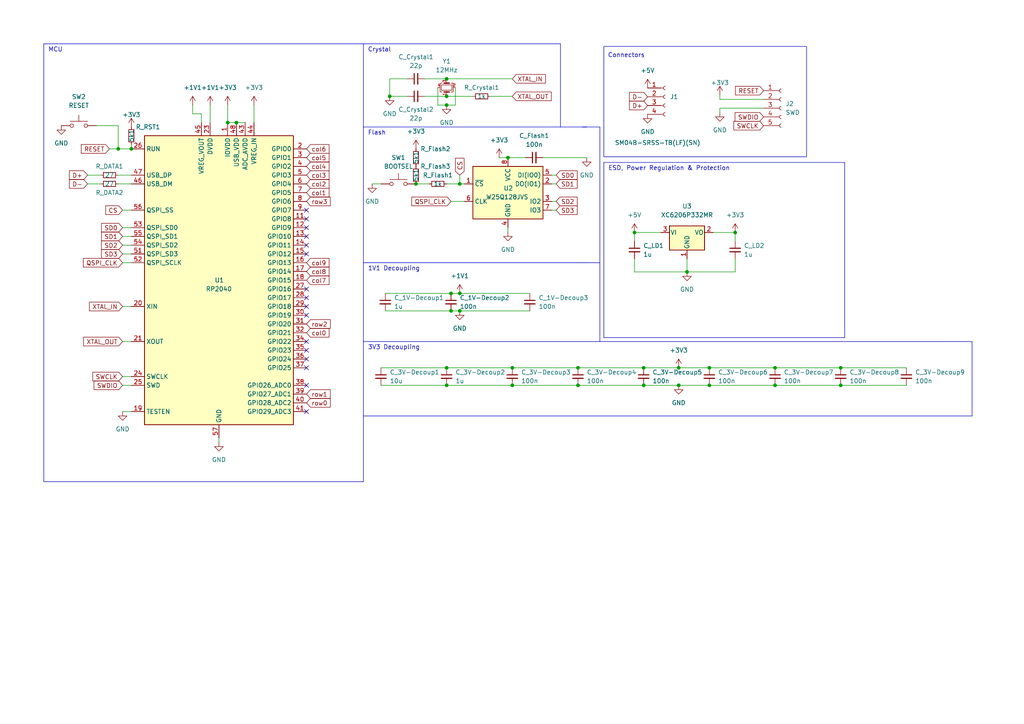
<source format=kicad_sch>
(kicad_sch (version 20230121) (generator eeschema)
  (paper "A4")
  (lib_symbols
    (symbol "Connector:Conn_01x04_Female" (pin_names (offset 1.016) hide)
      (property "Reference" "J" (at 0 5.08 0))
      (property "Value" "Conn_01x04_Female" (at 0 -7.62 0))
      (symbol "Conn_01x04_Female_1_1"
        (arc (start 0 -4.572) (mid -0.5058 -5.08) (end 0 -5.588) (stroke (width 0.1524)))
        (arc (start 0 -2.032) (mid -0.5058 -2.54) (end 0 -3.048) (stroke (width 0.1524)))
        (polyline (pts (xy -1.27 -5.08) (xy -0.508 -5.08)) (stroke (width 0.1524)))
        (polyline (pts (xy -1.27 -2.54) (xy -0.508 -2.54)) (stroke (width 0.1524)))
        (polyline (pts (xy -1.27 0) (xy -0.508 0)) (stroke (width 0.1524)))
        (polyline (pts (xy -1.27 2.54) (xy -0.508 2.54)) (stroke (width 0.1524)))
        (arc (start 0 0.508) (mid -0.5058 0) (end 0 -0.508) (stroke (width 0.1524)))
        (arc (start 0 3.048) (mid -0.5058 2.54) (end 0 2.032) (stroke (width 0.1524)))
        (pin passive line (at -5.08 2.54 0) (length 3.81) (name "Pin_1") (number "1"))
        (pin passive line (at -5.08 0 0) (length 3.81) (name "Pin_2") (number "2"))
        (pin passive line (at -5.08 -2.54 0) (length 3.81) (name "Pin_3") (number "3"))
        (pin passive line (at -5.08 -5.08 0) (length 3.81) (name "Pin_4") (number "4"))
      )
    )
    (symbol "Connector:Conn_01x05_Female" (pin_names (offset 1.016) hide)
      (property "Reference" "J" (at 0 7.62 0))
      (property "Value" "Conn_01x05_Female" (at 0 -7.62 0))
      (symbol "Conn_01x05_Female_1_1"
        (arc (start 0 -4.572) (mid -0.5058 -5.08) (end 0 -5.588) (stroke (width 0.1524)))
        (arc (start 0 -2.032) (mid -0.5058 -2.54) (end 0 -3.048) (stroke (width 0.1524)))
        (polyline (pts (xy -1.27 -5.08) (xy -0.508 -5.08)) (stroke (width 0.1524)))
        (polyline (pts (xy -1.27 -2.54) (xy -0.508 -2.54)) (stroke (width 0.1524)))
        (polyline (pts (xy -1.27 0) (xy -0.508 0)) (stroke (width 0.1524)))
        (polyline (pts (xy -1.27 2.54) (xy -0.508 2.54)) (stroke (width 0.1524)))
        (polyline (pts (xy -1.27 5.08) (xy -0.508 5.08)) (stroke (width 0.1524)))
        (arc (start 0 0.508) (mid -0.5058 0) (end 0 -0.508) (stroke (width 0.1524)))
        (arc (start 0 3.048) (mid -0.5058 2.54) (end 0 2.032) (stroke (width 0.1524)))
        (arc (start 0 5.588) (mid -0.5058 5.08) (end 0 4.572) (stroke (width 0.1524)))
        (pin passive line (at -5.08 5.08 0) (length 3.81) (name "Pin_1") (number "1"))
        (pin passive line (at -5.08 2.54 0) (length 3.81) (name "Pin_2") (number "2"))
        (pin passive line (at -5.08 0 0) (length 3.81) (name "Pin_3") (number "3"))
        (pin passive line (at -5.08 -2.54 0) (length 3.81) (name "Pin_4") (number "4"))
        (pin passive line (at -5.08 -5.08 0) (length 3.81) (name "Pin_5") (number "5"))
      )
    )
    (symbol "Device:C_Small" (pin_numbers hide) (pin_names (offset 0.254) hide)
      (property "Reference" "C" (at 0.254 1.778 0))
      (property "Value" "C_Small" (at 0.254 -2.032 0))
      (symbol "C_Small_0_1"
        (polyline (pts (xy -1.524 -0.508) (xy 1.524 -0.508)) (stroke (width 0.3302)))
        (polyline (pts (xy -1.524 0.508) (xy 1.524 0.508)) (stroke (width 0.3048)))
      )
      (symbol "C_Small_1_1"
        (pin passive line (at 0 2.54 270) (length 2.032) (name "~") (number "1"))
        (pin passive line (at 0 -2.54 90) (length 2.032) (name "~") (number "2"))
      )
    )
    (symbol "Device:Crystal_GND24_Small" (pin_names (offset 1.016) hide)
      (property "Reference" "Y" (at 1.27 4.445 0))
      (property "Value" "Crystal_GND24_Small" (at 1.27 2.54 0))
      (symbol "Crystal_GND24_Small_0_1"
        (rectangle (start -0.762 -1.524) (end 0.762 1.524))
        (polyline (pts (xy -1.27 -0.762) (xy -1.27 0.762)) (stroke (width 0.381)))
        (polyline (pts (xy 1.27 -0.762) (xy 1.27 0.762)) (stroke (width 0.381)))
        (polyline (pts (xy -1.27 -1.27) (xy -1.27 -1.905) (xy 1.27 -1.905) (xy 1.27 -1.27)))
        (polyline (pts (xy -1.27 1.27) (xy -1.27 1.905) (xy 1.27 1.905) (xy 1.27 1.27)))
      )
      (symbol "Crystal_GND24_Small_1_1"
        (pin passive line (at -2.54 0 0) (length 1.27) (name "1") (number "1"))
        (pin passive line (at 0 -2.54 90) (length 0.635) (name "2") (number "2"))
        (pin passive line (at 2.54 0 180) (length 1.27) (name "3") (number "3"))
        (pin passive line (at 0 2.54 270) (length 0.635) (name "4") (number "4"))
      )
    )
    (symbol "Device:R_Small" (pin_numbers hide) (pin_names (offset 0.254) hide)
      (property "Reference" "R" (at 0.762 0.508 0))
      (property "Value" "R_Small" (at 0.762 -1.016 0))
      (symbol "R_Small_0_1"
        (rectangle (start -0.762 1.778) (end 0.762 -1.778) (stroke (width 0.2032)))
      )
      (symbol "R_Small_1_1"
        (pin passive line (at 0 2.54 270) (length 0.762) (name "~") (number "1"))
        (pin passive line (at 0 -2.54 90) (length 0.762) (name "~") (number "2"))
      )
    )
    (symbol "MCU_RaspberryPi:RP2040"
      (property "Reference" "U" (at 17.78 45.72 0))
      (property "Value" "RP2040" (at 17.78 43.18 0))
      (symbol "RP2040_0_1"
        (rectangle (start -21.59 41.91) (end 21.59 -41.91) (stroke (width 0.254)) (fill (type background)))
      )
      (symbol "RP2040_1_1"
        (pin power_in line (at 2.54 45.72 270) (length 3.81) (name "IOVDD") (number "1"))
        (pin passive line (at 2.54 45.72 270) (length 3.81) hide (name "IOVDD") (number "10"))
        (pin bidirectional line (at 25.4 17.78 180) (length 3.81) (name "GPIO8") (number "11"))
        (pin bidirectional line (at 25.4 15.24 180) (length 3.81) (name "GPIO9") (number "12"))
        (pin bidirectional line (at 25.4 12.7 180) (length 3.81) (name "GPIO10") (number "13"))
        (pin bidirectional line (at 25.4 10.16 180) (length 3.81) (name "GPIO11") (number "14"))
        (pin bidirectional line (at 25.4 7.62 180) (length 3.81) (name "GPIO12") (number "15"))
        (pin bidirectional line (at 25.4 5.08 180) (length 3.81) (name "GPIO13") (number "16"))
        (pin bidirectional line (at 25.4 2.54 180) (length 3.81) (name "GPIO14") (number "17"))
        (pin bidirectional line (at 25.4 0 180) (length 3.81) (name "GPIO15") (number "18"))
        (pin input line (at -25.4 -38.1 0) (length 3.81) (name "TESTEN") (number "19"))
        (pin bidirectional line (at 25.4 38.1 180) (length 3.81) (name "GPIO0") (number "2"))
        (pin input line (at -25.4 -7.62 0) (length 3.81) (name "XIN") (number "20"))
        (pin passive line (at -25.4 -17.78 0) (length 3.81) (name "XOUT") (number "21"))
        (pin passive line (at 2.54 45.72 270) (length 3.81) hide (name "IOVDD") (number "22"))
        (pin power_in line (at -2.54 45.72 270) (length 3.81) (name "DVDD") (number "23"))
        (pin output line (at -25.4 -27.94 0) (length 3.81) (name "SWCLK") (number "24"))
        (pin bidirectional line (at -25.4 -30.48 0) (length 3.81) (name "SWD") (number "25"))
        (pin input line (at -25.4 38.1 0) (length 3.81) (name "RUN") (number "26"))
        (pin bidirectional line (at 25.4 -2.54 180) (length 3.81) (name "GPIO16") (number "27"))
        (pin bidirectional line (at 25.4 -5.08 180) (length 3.81) (name "GPIO17") (number "28"))
        (pin bidirectional line (at 25.4 -7.62 180) (length 3.81) (name "GPIO18") (number "29"))
        (pin bidirectional line (at 25.4 35.56 180) (length 3.81) (name "GPIO1") (number "3"))
        (pin bidirectional line (at 25.4 -10.16 180) (length 3.81) (name "GPIO19") (number "30"))
        (pin bidirectional line (at 25.4 -12.7 180) (length 3.81) (name "GPIO20") (number "31"))
        (pin bidirectional line (at 25.4 -15.24 180) (length 3.81) (name "GPIO21") (number "32"))
        (pin passive line (at 2.54 45.72 270) (length 3.81) hide (name "IOVDD") (number "33"))
        (pin bidirectional line (at 25.4 -17.78 180) (length 3.81) (name "GPIO22") (number "34"))
        (pin bidirectional line (at 25.4 -20.32 180) (length 3.81) (name "GPIO23") (number "35"))
        (pin bidirectional line (at 25.4 -22.86 180) (length 3.81) (name "GPIO24") (number "36"))
        (pin bidirectional line (at 25.4 -25.4 180) (length 3.81) (name "GPIO25") (number "37"))
        (pin bidirectional line (at 25.4 -30.48 180) (length 3.81) (name "GPIO26_ADC0") (number "38"))
        (pin bidirectional line (at 25.4 -33.02 180) (length 3.81) (name "GPIO27_ADC1") (number "39"))
        (pin bidirectional line (at 25.4 33.02 180) (length 3.81) (name "GPIO2") (number "4"))
        (pin bidirectional line (at 25.4 -35.56 180) (length 3.81) (name "GPIO28_ADC2") (number "40"))
        (pin bidirectional line (at 25.4 -38.1 180) (length 3.81) (name "GPIO29_ADC3") (number "41"))
        (pin passive line (at 2.54 45.72 270) (length 3.81) hide (name "IOVDD") (number "42"))
        (pin power_in line (at 7.62 45.72 270) (length 3.81) (name "ADC_AVDD") (number "43"))
        (pin power_in line (at 10.16 45.72 270) (length 3.81) (name "VREG_IN") (number "44"))
        (pin power_out line (at -5.08 45.72 270) (length 3.81) (name "VREG_VOUT") (number "45"))
        (pin bidirectional line (at -25.4 27.94 0) (length 3.81) (name "USB_DM") (number "46"))
        (pin bidirectional line (at -25.4 30.48 0) (length 3.81) (name "USB_DP") (number "47"))
        (pin power_in line (at 5.08 45.72 270) (length 3.81) (name "USB_VDD") (number "48"))
        (pin passive line (at 2.54 45.72 270) (length 3.81) hide (name "IOVDD") (number "49"))
        (pin bidirectional line (at 25.4 30.48 180) (length 3.81) (name "GPIO3") (number "5"))
        (pin passive line (at -2.54 45.72 270) (length 3.81) hide (name "DVDD") (number "50"))
        (pin bidirectional line (at -25.4 7.62 0) (length 3.81) (name "QSPI_SD3") (number "51"))
        (pin output line (at -25.4 5.08 0) (length 3.81) (name "QSPI_SCLK") (number "52"))
        (pin bidirectional line (at -25.4 15.24 0) (length 3.81) (name "QSPI_SD0") (number "53"))
        (pin bidirectional line (at -25.4 10.16 0) (length 3.81) (name "QSPI_SD2") (number "54"))
        (pin bidirectional line (at -25.4 12.7 0) (length 3.81) (name "QSPI_SD1") (number "55"))
        (pin bidirectional line (at -25.4 20.32 0) (length 3.81) (name "QSPI_SS") (number "56"))
        (pin power_in line (at 0 -45.72 90) (length 3.81) (name "GND") (number "57"))
        (pin bidirectional line (at 25.4 27.94 180) (length 3.81) (name "GPIO4") (number "6"))
        (pin bidirectional line (at 25.4 25.4 180) (length 3.81) (name "GPIO5") (number "7"))
        (pin bidirectional line (at 25.4 22.86 180) (length 3.81) (name "GPIO6") (number "8"))
        (pin bidirectional line (at 25.4 20.32 180) (length 3.81) (name "GPIO7") (number "9"))
      )
    )
    (symbol "Memory_Flash:W25Q128JVS"
      (property "Reference" "U" (at -8.89 8.89 0))
      (property "Value" "W25Q128JVS" (at 7.62 8.89 0))
      (symbol "W25Q128JVS_0_1"
        (rectangle (start -10.16 7.62) (end 10.16 -7.62) (stroke (width 0.254)) (fill (type background)))
      )
      (symbol "W25Q128JVS_1_1"
        (pin input line (at -12.7 2.54 0) (length 2.54) (name "~{CS}") (number "1"))
        (pin bidirectional line (at 12.7 2.54 180) (length 2.54) (name "DO(IO1)") (number "2"))
        (pin bidirectional line (at 12.7 -2.54 180) (length 2.54) (name "IO2") (number "3"))
        (pin power_in line (at 0 -10.16 90) (length 2.54) (name "GND") (number "4"))
        (pin bidirectional line (at 12.7 5.08 180) (length 2.54) (name "DI(IO0)") (number "5"))
        (pin input line (at -12.7 -2.54 0) (length 2.54) (name "CLK") (number "6"))
        (pin bidirectional line (at 12.7 -5.08 180) (length 2.54) (name "IO3") (number "7"))
        (pin power_in line (at 0 10.16 270) (length 2.54) (name "VCC") (number "8"))
      )
    )
    (symbol "Regulator_Linear:XC6206PxxxMR" (pin_names (offset 0.254))
      (property "Reference" "U" (at -3.81 3.175 0))
      (property "Value" "XC6206PxxxMR" (at 0 3.175 0))
      (symbol "XC6206PxxxMR_0_1"
        (rectangle (start -5.08 1.905) (end 5.08 -5.08) (stroke (width 0.254)) (fill (type background)))
      )
      (symbol "XC6206PxxxMR_1_1"
        (pin power_in line (at 0 -7.62 90) (length 2.54) (name "GND") (number "1"))
        (pin power_out line (at 7.62 0 180) (length 2.54) (name "VO") (number "2"))
        (pin power_in line (at -7.62 0 0) (length 2.54) (name "VI") (number "3"))
      )
    )
    (symbol "Switch:SW_Push" (pin_numbers hide) (pin_names (offset 1.016) hide)
      (property "Reference" "SW" (at 1.27 2.54 0))
      (property "Value" "SW_Push" (at 0 -1.524 0))
      (symbol "SW_Push_0_1"
        (circle (center -2.032 0) (radius 0.508))
        (polyline (pts (xy 0 1.27) (xy 0 3.048)))
        (polyline (pts (xy 2.54 1.27) (xy -2.54 1.27)))
        (circle (center 2.032 0) (radius 0.508))
        (pin passive line (at -5.08 0 0) (length 2.54) (name "1") (number "1"))
        (pin passive line (at 5.08 0 180) (length 2.54) (name "2") (number "2"))
      )
    )
    (symbol "power:+1V1" (power) (pin_names (offset 0))
      (property "Value" "+1V1" (at 0 3.556 0))
      (symbol "+1V1_0_1"
        (polyline (pts (xy -0.762 1.27) (xy 0 2.54)))
        (polyline (pts (xy 0 0) (xy 0 2.54)))
        (polyline (pts (xy 0 2.54) (xy 0.762 1.27)))
      )
      (symbol "+1V1_1_1"
        (pin power_in line (at 0 0 90) (length 0) hide (name "+1V1") (number "1"))
      )
    )
    (symbol "power:+3V3" (power) (pin_names (offset 0))
      (property "Value" "+3V3" (at 0 3.556 0))
      (symbol "+3V3_0_1"
        (polyline (pts (xy -0.762 1.27) (xy 0 2.54)))
        (polyline (pts (xy 0 0) (xy 0 2.54)))
        (polyline (pts (xy 0 2.54) (xy 0.762 1.27)))
      )
      (symbol "+3V3_1_1"
        (pin power_in line (at 0 0 90) (length 0) hide (name "+3V3") (number "1"))
      )
    )
    (symbol "power:+5V" (power) (pin_names (offset 0))
      (property "Value" "+5V" (at 0 3.556 0))
      (symbol "+5V_0_1"
        (polyline (pts (xy -0.762 1.27) (xy 0 2.54)))
        (polyline (pts (xy 0 0) (xy 0 2.54)))
        (polyline (pts (xy 0 2.54) (xy 0.762 1.27)))
      )
      (symbol "+5V_1_1"
        (pin power_in line (at 0 0 90) (length 0) hide (name "+5V") (number "1"))
      )
    )
    (symbol "power:GND" (power) (pin_names (offset 0))
      (property "Value" "GND" (at 0 -3.81 0))
      (symbol "GND_0_1"
        (polyline (pts (xy 0 0) (xy 0 -1.27) (xy 1.27 -1.27) (xy 0 -2.54) (xy -1.27 -1.27) (xy 0 -1.27)))
      )
      (symbol "GND_1_1"
        (pin power_in line (at 0 0 270) (length 0) hide (name "GND") (number "1"))
      )
    )
  )
  (junction (at 243.84 111.76))
  (junction (at 130.81 85.09))
  (junction (at 129.54 111.76))
  (junction (at 130.81 90.17))
  (junction (at 213.233 67.437))
  (junction (at 196.85 111.76))
  (junction (at 148.59 111.76))
  (junction (at 129.54 22.86))
  (junction (at 133.35 85.09))
  (junction (at 167.64 106.68))
  (junction (at 38.1 43.18))
  (junction (at 129.54 30.48))
  (junction (at 196.85 106.68))
  (junction (at 186.69 111.76))
  (junction (at 205.74 106.68))
  (junction (at 147.32 45.72))
  (junction (at 129.54 27.94))
  (junction (at 184.023 67.437))
  (junction (at 113.03 27.94))
  (junction (at 120.65 53.34))
  (junction (at 243.84 106.68))
  (junction (at 224.79 106.68))
  (junction (at 148.59 106.68))
  (junction (at 133.35 90.17))
  (junction (at 34.29 43.18))
  (junction (at 205.74 111.76))
  (junction (at 224.79 111.76))
  (junction (at 186.69 106.68))
  (junction (at 129.54 106.68))
  (junction (at 167.64 111.76))
  (junction (at 199.263 78.867))
  (junction (at 66.04 35.56))
  (junction (at 68.58 35.56))
  (junction (at 133.35 53.34))
  (no_connect (at 88.9 86.36))
  (no_connect (at 88.9 68.58))
  (no_connect (at 88.9 119.38))
  (no_connect (at 88.9 104.14))
  (no_connect (at 88.9 71.12))
  (no_connect (at 88.9 73.66))
  (no_connect (at 88.9 101.6))
  (no_connect (at 88.9 63.5))
  (no_connect (at 88.9 91.44))
  (no_connect (at 88.9 106.68))
  (no_connect (at 88.9 88.9))
  (no_connect (at 88.9 111.76))
  (no_connect (at 88.9 83.82))
  (no_connect (at 88.9 66.04))
  (no_connect (at 88.9 99.06))
  (no_connect (at 88.9 60.96))
  (wire (pts (xy 35.56 66.04) (xy 38.1 66.04)))
  (polyline (pts (xy 162.56 36.83) (xy 105.41 36.83)))
  (polyline (pts (xy 105.41 76.2) (xy 173.99 76.2)))
  (wire (pts (xy 35.56 76.2) (xy 38.1 76.2)))
  (wire (pts (xy 129.54 111.76) (xy 148.59 111.76)))
  (wire (pts (xy 35.56 99.06) (xy 38.1 99.06)))
  (wire (pts (xy 66.04 35.56) (xy 68.58 35.56)))
  (wire (pts (xy 35.56 68.58) (xy 38.1 68.58)))
  (wire (pts (xy 142.24 27.94) (xy 148.59 27.94)))
  (wire (pts (xy 133.35 50.8) (xy 133.35 53.34)))
  (wire (pts (xy 133.35 53.34) (xy 134.62 53.34)))
  (wire (pts (xy 205.74 106.68) (xy 224.79 106.68)))
  (wire (pts (xy 55.88 30.48) (xy 55.88 33.02)))
  (wire (pts (xy 148.59 111.76) (xy 167.64 111.76)))
  (wire (pts (xy 184.023 75.057) (xy 184.023 78.867)))
  (wire (pts (xy 107.95 53.34) (xy 110.49 53.34)))
  (wire (pts (xy 113.03 27.94) (xy 118.11 27.94)))
  (wire (pts (xy 160.02 60.96) (xy 161.29 60.96)))
  (wire (pts (xy 243.84 106.68) (xy 262.89 106.68)))
  (wire (pts (xy 127 25.4) (xy 127 30.48)))
  (wire (pts (xy 35.56 71.12) (xy 38.1 71.12)))
  (wire (pts (xy 199.263 75.057) (xy 199.263 78.867)))
  (wire (pts (xy 31.75 43.18) (xy 34.29 43.18)))
  (polyline (pts (xy 204.343 47.117) (xy 244.983 47.117)))
  (polyline (pts (xy 173.99 36.83) (xy 173.99 76.2)))
  (wire (pts (xy 129.54 22.86) (xy 148.59 22.86)))
  (polyline (pts (xy 105.41 99.06) (xy 173.99 99.06)))
  (polyline (pts (xy 162.56 36.83) (xy 170.18 36.83)))
  (wire (pts (xy 127 30.48) (xy 129.54 30.48)))
  (polyline (pts (xy 244.983 97.917) (xy 175.133 97.917)))
  (wire (pts (xy 58.42 33.02) (xy 55.88 33.02)))
  (wire (pts (xy 34.29 50.8) (xy 38.1 50.8)))
  (wire (pts (xy 113.03 22.86) (xy 118.11 22.86)))
  (wire (pts (xy 196.85 111.76) (xy 205.74 111.76)))
  (wire (pts (xy 213.233 69.977) (xy 213.233 67.437)))
  (wire (pts (xy 196.85 106.68) (xy 205.74 106.68)))
  (wire (pts (xy 224.79 111.76) (xy 243.84 111.76)))
  (wire (pts (xy 167.64 111.76) (xy 186.69 111.76)))
  (polyline (pts (xy 173.99 76.2) (xy 173.99 99.06)))
  (wire (pts (xy 184.023 78.867) (xy 199.263 78.867)))
  (wire (pts (xy 208.788 27.559) (xy 208.788 28.829)))
  (wire (pts (xy 130.81 58.42) (xy 134.62 58.42)))
  (wire (pts (xy 129.54 106.68) (xy 148.59 106.68)))
  (polyline (pts (xy 162.56 12.7) (xy 162.56 36.83)))
  (polyline (pts (xy 175.133 47.117) (xy 175.133 97.917)))
  (wire (pts (xy 130.81 85.09) (xy 133.35 85.09)))
  (wire (pts (xy 68.58 35.56) (xy 71.12 35.56)))
  (wire (pts (xy 133.35 90.17) (xy 153.67 90.17)))
  (wire (pts (xy 123.19 22.86) (xy 129.54 22.86)))
  (wire (pts (xy 25.4 50.8) (xy 29.21 50.8)))
  (polyline (pts (xy 105.41 12.7) (xy 162.56 12.7)))
  (wire (pts (xy 129.54 27.94) (xy 137.16 27.94)))
  (wire (pts (xy 123.19 27.94) (xy 129.54 27.94)))
  (wire (pts (xy 35.56 60.96) (xy 38.1 60.96)))
  (wire (pts (xy 129.54 53.34) (xy 133.35 53.34)))
  (wire (pts (xy 35.56 73.66) (xy 38.1 73.66)))
  (wire (pts (xy 73.66 30.48) (xy 73.66 35.56)))
  (wire (pts (xy 60.96 30.48) (xy 60.96 35.56)))
  (wire (pts (xy 208.788 28.829) (xy 221.488 28.829)))
  (wire (pts (xy 160.02 50.8) (xy 161.29 50.8)))
  (wire (pts (xy 206.883 67.437) (xy 213.233 67.437)))
  (wire (pts (xy 110.49 106.68) (xy 129.54 106.68)))
  (wire (pts (xy 160.02 58.42) (xy 161.29 58.42)))
  (polyline (pts (xy 281.94 120.65) (xy 105.41 120.65)))
  (wire (pts (xy 130.81 90.17) (xy 133.35 90.17)))
  (wire (pts (xy 113.03 22.86) (xy 113.03 27.94)))
  (wire (pts (xy 243.84 111.76) (xy 262.89 111.76)))
  (wire (pts (xy 199.263 78.867) (xy 213.233 78.867)))
  (wire (pts (xy 157.48 45.72) (xy 170.18 45.72)))
  (wire (pts (xy 35.56 111.76) (xy 38.1 111.76)))
  (polyline (pts (xy 281.94 99.06) (xy 281.94 120.65)))
  (polyline (pts (xy 12.7 12.7) (xy 105.41 12.7)))
  (wire (pts (xy 186.69 106.68) (xy 196.85 106.68)))
  (wire (pts (xy 208.788 32.639) (xy 208.788 31.369)))
  (wire (pts (xy 224.79 106.68) (xy 243.84 106.68)))
  (wire (pts (xy 148.59 106.68) (xy 167.64 106.68)))
  (polyline (pts (xy 244.983 47.117) (xy 244.983 97.917)))
  (wire (pts (xy 35.56 88.9) (xy 38.1 88.9)))
  (wire (pts (xy 205.74 111.76) (xy 224.79 111.76)))
  (wire (pts (xy 186.69 111.76) (xy 196.85 111.76)))
  (wire (pts (xy 132.08 30.48) (xy 129.54 30.48)))
  (wire (pts (xy 38.1 41.91) (xy 38.1 43.18)))
  (wire (pts (xy 111.76 85.09) (xy 130.81 85.09)))
  (wire (pts (xy 35.56 109.22) (xy 38.1 109.22)))
  (wire (pts (xy 66.04 30.48) (xy 66.04 35.56)))
  (wire (pts (xy 184.023 67.437) (xy 191.643 67.437)))
  (wire (pts (xy 132.08 25.4) (xy 132.08 30.48)))
  (wire (pts (xy 144.78 45.72) (xy 147.32 45.72)))
  (wire (pts (xy 147.32 66.04) (xy 147.32 67.31)))
  (wire (pts (xy 63.5 127) (xy 63.5 128.27)))
  (polyline (pts (xy 173.99 99.06) (xy 281.94 99.06)))
  (polyline (pts (xy 168.91 36.83) (xy 173.99 36.83)))
  (wire (pts (xy 110.49 111.76) (xy 129.54 111.76)))
  (polyline (pts (xy 175.133 47.117) (xy 204.343 47.117)))
  (wire (pts (xy 34.29 36.449) (xy 34.29 43.18)))
  (wire (pts (xy 58.42 35.56) (xy 58.42 33.02)))
  (wire (pts (xy 111.76 90.17) (xy 130.81 90.17)))
  (wire (pts (xy 27.94 36.449) (xy 34.29 36.449)))
  (polyline (pts (xy 12.7 139.7) (xy 105.41 139.7)))
  (wire (pts (xy 160.02 53.34) (xy 161.29 53.34)))
  (wire (pts (xy 34.29 43.18) (xy 38.1 43.18)))
  (wire (pts (xy 167.64 106.68) (xy 186.69 106.68)))
  (polyline (pts (xy 105.41 12.7) (xy 105.41 139.7)))
  (wire (pts (xy 35.56 119.38) (xy 38.1 119.38)))
  (wire (pts (xy 25.4 53.34) (xy 29.21 53.34)))
  (wire (pts (xy 34.29 53.34) (xy 38.1 53.34)))
  (wire (pts (xy 208.788 31.369) (xy 221.488 31.369)))
  (wire (pts (xy 213.233 75.057) (xy 213.233 78.867)))
  (wire (pts (xy 133.35 85.09) (xy 153.67 85.09)))
  (wire (pts (xy 147.32 45.72) (xy 152.4 45.72)))
  (wire (pts (xy 184.023 67.437) (xy 184.023 69.977)))
  (wire (pts (xy 120.65 53.34) (xy 124.46 53.34)))
  (polyline (pts (xy 12.7 139.7) (xy 12.7 12.7)))
  (polyline (pts (xy 105.41 76.2) (xy 170.18 76.2)))
  (rectangle (start 175.133 13.462) (end 233.934 45.466))
  (text "Connectors\n" (at 176.276 16.891 0) (effects (font (size 1.27 1.27)) (justify left bottom)))
  (text "1V1 Decoupling\n" (at 106.68 78.74 0) (effects (font (size 1.27 1.27)) (justify left bottom)))
  (text "ESD, Power Regulation & Protection\n" (at 176.403 49.657 0) (effects (font (size 1.27 1.27)) (justify left bottom)))
  (text "Crystal\n" (at 106.68 15.24 0) (effects (font (size 1.27 1.27)) (justify left bottom)))
  (text "MCU" (at 13.97 15.24 0) (effects (font (size 1.27 1.27)) (justify left bottom)))
  (text "Flash" (at 106.68 39.37 0) (effects (font (size 1.27 1.27)) (justify left bottom)))
  (text "3V3 Decoupling" (at 106.68 101.6 0) (effects (font (size 1.27 1.27)) (justify left bottom)))
  (global_label "col8" (shape input) (at 88.9 78.74 0) (property "Intersheetrefs" "${INTERSHEET_REFS}" (effects hide)))
  (global_label "SD2" (shape input) (at 35.56 71.12 180) (property "Intersheetrefs" "${INTERSHEET_REFS}" (effects hide)))
  (global_label "QSPI_CLK" (shape input) (at 130.81 58.42 180) (property "Intersheetrefs" "${INTERSHEET_REFS}" (effects hide)))
  (global_label "SWCLK" (shape input) (at 221.488 36.449 180) (property "Intersheetrefs" "${INTERSHEET_REFS}" (effects hide)))
  (global_label "SD3" (shape input) (at 35.56 73.66 180) (property "Intersheetrefs" "${INTERSHEET_REFS}" (effects hide)))
  (global_label "D-" (shape input) (at 187.833 28.067 180) (property "Intersheetrefs" "${INTERSHEET_REFS}" (effects hide)))
  (global_label "SD0" (shape input) (at 161.29 50.8 0) (property "Intersheetrefs" "${INTERSHEET_REFS}" (effects hide)))
  (global_label "XTAL_OUT" (shape input) (at 148.59 27.94 0) (property "Intersheetrefs" "${INTERSHEET_REFS}" (effects hide)))
  (global_label "col7" (shape input) (at 88.9 81.28 0) (property "Intersheetrefs" "${INTERSHEET_REFS}" (effects hide)))
  (global_label "row3" (shape input) (at 88.9 58.42 0) (property "Intersheetrefs" "${INTERSHEET_REFS}" (effects hide)))
  (global_label "SWCLK" (shape input) (at 35.56 109.22 180) (property "Intersheetrefs" "${INTERSHEET_REFS}" (effects hide)))
  (global_label "col3" (shape input) (at 88.9 50.8 0) (property "Intersheetrefs" "${INTERSHEET_REFS}" (effects hide)))
  (global_label "col5" (shape input) (at 88.9 45.72 0) (property "Intersheetrefs" "${INTERSHEET_REFS}" (effects hide)))
  (global_label "col2" (shape input) (at 88.9 53.34 0) (property "Intersheetrefs" "${INTERSHEET_REFS}" (effects hide)))
  (global_label "col4" (shape input) (at 88.9 48.26 0) (property "Intersheetrefs" "${INTERSHEET_REFS}" (effects hide)))
  (global_label "CS" (shape input) (at 35.56 60.96 180) (property "Intersheetrefs" "${INTERSHEET_REFS}" (effects hide)))
  (global_label "row1" (shape input) (at 88.9 114.3 0) (property "Intersheetrefs" "${INTERSHEET_REFS}" (effects hide)))
  (global_label "RESET" (shape input) (at 221.488 26.289 180) (property "Intersheetrefs" "${INTERSHEET_REFS}" (effects hide)))
  (global_label "D+" (shape input) (at 25.4 50.8 180) (property "Intersheetrefs" "${INTERSHEET_REFS}" (effects hide)))
  (global_label "D-" (shape input) (at 25.4 53.34 180) (property "Intersheetrefs" "${INTERSHEET_REFS}" (effects hide)))
  (global_label "SD0" (shape input) (at 35.56 66.04 180) (property "Intersheetrefs" "${INTERSHEET_REFS}" (effects hide)))
  (global_label "XTAL_IN" (shape input) (at 148.59 22.86 0) (property "Intersheetrefs" "${INTERSHEET_REFS}" (effects hide)))
  (global_label "SWDIO" (shape input) (at 221.488 33.909 180) (property "Intersheetrefs" "${INTERSHEET_REFS}" (effects hide)))
  (global_label "D+" (shape input) (at 187.833 30.607 180) (property "Intersheetrefs" "${INTERSHEET_REFS}" (effects hide)))
  (global_label "SD1" (shape input) (at 161.29 53.34 0) (property "Intersheetrefs" "${INTERSHEET_REFS}" (effects hide)))
  (global_label "CS" (shape input) (at 133.35 50.8 90) (property "Intersheetrefs" "${INTERSHEET_REFS}" (effects hide)))
  (global_label "row2" (shape input) (at 88.9 93.98 0) (property "Intersheetrefs" "${INTERSHEET_REFS}" (effects hide)))
  (global_label "SD1" (shape input) (at 35.56 68.58 180) (property "Intersheetrefs" "${INTERSHEET_REFS}" (effects hide)))
  (global_label "col9" (shape input) (at 88.9 76.2 0) (property "Intersheetrefs" "${INTERSHEET_REFS}" (effects hide)))
  (global_label "SD3" (shape input) (at 161.29 60.96 0) (property "Intersheetrefs" "${INTERSHEET_REFS}" (effects hide)))
  (global_label "XTAL_IN" (shape input) (at 35.56 88.9 180) (property "Intersheetrefs" "${INTERSHEET_REFS}" (effects hide)))
  (global_label "SD2" (shape input) (at 161.29 58.42 0) (property "Intersheetrefs" "${INTERSHEET_REFS}" (effects hide)))
  (global_label "XTAL_OUT" (shape input) (at 35.56 99.06 180) (property "Intersheetrefs" "${INTERSHEET_REFS}" (effects hide)))
  (global_label "QSPI_CLK" (shape input) (at 35.56 76.2 180) (property "Intersheetrefs" "${INTERSHEET_REFS}" (effects hide)))
  (global_label "col0" (shape input) (at 88.9 96.52 0) (property "Intersheetrefs" "${INTERSHEET_REFS}" (effects hide)))
  (global_label "RESET" (shape input) (at 31.75 43.18 180) (property "Intersheetrefs" "${INTERSHEET_REFS}" (effects hide)))
  (global_label "row0" (shape input) (at 88.9 116.84 0) (property "Intersheetrefs" "${INTERSHEET_REFS}" (effects hide)))
  (global_label "col1" (shape input) (at 88.9 55.88 0) (property "Intersheetrefs" "${INTERSHEET_REFS}" (effects hide)))
  (global_label "SWDIO" (shape input) (at 35.56 111.76 180) (property "Intersheetrefs" "${INTERSHEET_REFS}" (effects hide)))
  (global_label "col6" (shape input) (at 88.9 43.18 0) (property "Intersheetrefs" "${INTERSHEET_REFS}" (effects hide)))
  (symbol (lib_id "Device:C_Small") (at 224.79 109.22 0) (unit 1)
    (property "Reference" "C_3V-Decoup7" (at 227.33 107.9563 0) (effects (justify left)))
    (property "Value" "100n" (at 227.33 110.4963 0) (effects (justify left)))
    (property "Footprint" "Capacitor_SMD:C_0402_1005Metric" (effects hide))
  )
  (symbol (lib_id "Device:C_Small") (at 213.233 72.517 0) (unit 1)
    (property "Reference" "C_LD2" (at 215.773 71.2532 0) (effects (justify left)))
    (property "Value" "1u" (at 215.773 73.7932 0) (effects (justify left)))
    (property "Footprint" "Capacitor_SMD:C_0402_1005Metric" (effects hide))
  )
  (symbol (lib_id "Device:C_Small") (at 184.023 72.517 0) (unit 1)
    (property "Reference" "C_LD1" (at 186.563 71.2532 0) (effects (justify left)))
    (property "Value" "1u" (at 186.563 73.7932 0) (effects (justify left)))
    (property "Footprint" "Capacitor_SMD:C_0402_1005Metric" (effects hide))
  )
  (symbol (lib_id "Device:C_Small") (at 205.74 109.22 0) (unit 1)
    (property "Reference" "C_3V-Decoup6" (at 208.28 107.9563 0) (effects (justify left)))
    (property "Value" "100n" (at 208.28 110.4963 0) (effects (justify left)))
    (property "Footprint" "Capacitor_SMD:C_0402_1005Metric" (effects hide))
  )
  (symbol (lib_id "power:+5V") (at 184.023 67.437 0) (unit 1)
    (property "Reference" "#PWR05" (effects hide))
    (property "Value" "+5V" (at 184.023 62.357 0))
  )
  (symbol (lib_id "Device:C_Small") (at 111.76 87.63 0) (unit 1)
    (property "Reference" "C_1V-Decoup1" (at 114.3 86.3662 0) (effects (justify left)))
    (property "Value" "1u" (at 114.3 88.9062 0) (effects (justify left)))
    (property "Footprint" "Capacitor_SMD:C_0402_1005Metric" (effects hide))
  )
  (symbol (lib_id "power:GND") (at 113.03 27.94 0) (unit 1)
    (property "Reference" "#PWR0109" (effects hide))
    (property "Value" "GND" (at 113.03 33.02 0))
  )
  (symbol (lib_id "power:+3V3") (at 144.78 45.72 0) (unit 1)
    (property "Reference" "#PWR0106" (effects hide))
    (property "Value" "+3V3" (at 144.78 40.64 0))
  )
  (symbol (lib_id "Switch:SW_Push") (at 22.86 36.449 0) (unit 1)
    (property "Reference" "SW2" (at 22.86 28.067 0))
    (property "Value" "RESET" (at 22.86 30.607 0))
    (property "Footprint" "Button_Switch_SMD:SW_SPST_TL3342" (effects hide))
    (property "LCSC" "C318884" (effects hide))
  )
  (symbol (lib_id "power:GND") (at 170.18 45.72 0) (unit 1)
    (property "Reference" "#PWR0111" (effects hide))
    (property "Value" "GND" (at 170.18 50.8 0))
  )
  (symbol (lib_id "power:GND") (at 107.95 53.34 0) (unit 1)
    (property "Reference" "#PWR0108" (effects hide))
    (property "Value" "GND" (at 107.95 58.42 0))
  )
  (symbol (lib_id "Device:C_Small") (at 262.89 109.22 0) (unit 1)
    (property "Reference" "C_3V-Decoup9" (at 265.43 107.9563 0) (effects (justify left)))
    (property "Value" "100n" (at 265.43 110.4963 0) (effects (justify left)))
    (property "Footprint" "Capacitor_SMD:C_0402_1005Metric" (effects hide))
  )
  (symbol (lib_id "power:GND") (at 187.833 33.147 0) (unit 1)
    (property "Reference" "#PWR04" (effects hide))
    (property "Value" "GND" (at 187.833 38.227 0))
  )
  (symbol (lib_id "power:GND") (at 63.5 128.27 0) (unit 1)
    (property "Reference" "#PWR0115" (effects hide))
    (property "Value" "GND" (at 63.5 133.35 0))
  )
  (symbol (lib_id "Device:C_Small") (at 110.49 109.22 0) (unit 1)
    (property "Reference" "C_3V-Decoup1" (at 113.03 107.9562 0) (effects (justify left)))
    (property "Value" "10u" (at 113.03 110.4962 0) (effects (justify left)))
    (property "Footprint" "Capacitor_SMD:C_0402_1005Metric" (effects hide))
  )
  (symbol (lib_id "power:+1V1") (at 133.35 85.09 0) (unit 1)
    (property "Reference" "#PWR0112" (effects hide))
    (property "Value" "+1V1" (at 133.35 80.01 0))
  )
  (symbol (lib_id "power:+3V3") (at 196.85 106.68 0) (unit 1)
    (property "Reference" "#PWR0116" (effects hide))
    (property "Value" "+3V3" (at 196.85 101.6 0))
  )
  (symbol (lib_id "Device:R_Small") (at 31.75 50.8 90) (unit 1)
    (property "Reference" "R_DATA1" (at 31.75 48.26 90))
    (property "Value" "27" (at 31.75 50.8 90))
    (property "Footprint" "Resistor_SMD:R_0402_1005Metric" (effects hide))
  )
  (symbol (lib_id "Device:C_Small") (at 243.84 109.22 0) (unit 1)
    (property "Reference" "C_3V-Decoup8" (at 246.38 107.9563 0) (effects (justify left)))
    (property "Value" "100n" (at 246.38 110.4963 0) (effects (justify left)))
    (property "Footprint" "Capacitor_SMD:C_0402_1005Metric" (effects hide))
  )
  (symbol (lib_id "Memory_Flash:W25Q128JVS") (at 147.32 55.88 0) (unit 1)
    (property "Reference" "U2" (at 146.05 54.61 0) (effects (justify left)))
    (property "Value" "W25Q128JVS" (at 140.97 57.15 0) (effects (justify left)))
    (property "Footprint" "Package_SO:SOIC-8_5.23x5.23mm_P1.27mm" (effects hide))
    (property "Datasheet" "http://www.winbond.com/resource-files/w25q128jv_dtr%20revc%2003272018%20plus.pdf" (effects hide))
    (property "LCSC" "C2613930" (effects hide))
  )
  (symbol (lib_id "Device:C_Small") (at 130.81 87.63 0) (unit 1)
    (property "Reference" "C_1V-Decoup2" (at 133.35 86.3663 0) (effects (justify left)))
    (property "Value" "100n" (at 133.35 88.9063 0) (effects (justify left)))
    (property "Footprint" "Capacitor_SMD:C_0402_1005Metric" (effects hide))
  )
  (symbol (lib_id "Device:Crystal_GND24_Small") (at 129.54 25.4 90) (unit 1)
    (property "Reference" "Y1" (at 129.54 17.78 90))
    (property "Value" "12MHz" (at 129.54 20.32 90))
    (property "Footprint" "Crystal:Crystal_SMD_3225-4Pin_3.2x2.5mm" (effects hide))
    (property "LCSC" "C9002" (effects hide))
  )
  (symbol (lib_id "power:GND") (at 196.85 111.76 0) (unit 1)
    (property "Reference" "#PWR0117" (effects hide))
    (property "Value" "GND" (at 196.85 116.84 0))
  )
  (symbol (lib_id "Device:C_Small") (at 148.59 109.22 0) (unit 1)
    (property "Reference" "C_3V-Decoup3" (at 151.13 107.9563 0) (effects (justify left)))
    (property "Value" "100n" (at 151.13 110.4963 0) (effects (justify left)))
    (property "Footprint" "Capacitor_SMD:C_0402_1005Metric" (effects hide))
  )
  (symbol (lib_id "Connector:Conn_01x05_Female") (at 226.568 31.369 0) (unit 1) (in_bom no)
    (property "Reference" "J2" (at 227.838 30.0989 0) (effects (justify left)))
    (property "Value" "SWD" (at 227.838 32.6389 0) (effects (justify left)))
    (property "Footprint" "Connector_PinHeader_2.54mm:PinHeader_1x05_P2.54mm_Vertical" (effects hide))
  )
  (symbol (lib_id "Device:C_Small") (at 153.67 87.63 0) (unit 1)
    (property "Reference" "C_1V-Decoup3" (at 156.21 86.3663 0) (effects (justify left)))
    (property "Value" "100n" (at 156.21 88.9063 0) (effects (justify left)))
    (property "Footprint" "Capacitor_SMD:C_0402_1005Metric" (effects hide))
  )
  (symbol (lib_id "Device:C_Small") (at 120.65 27.94 90) (unit 1)
    (property "Reference" "C_Crystal2" (at 120.65 31.75 90))
    (property "Value" "22p" (at 120.65 34.29 90))
    (property "Footprint" "Capacitor_SMD:C_0402_1005Metric" (effects hide))
  )
  (symbol (lib_id "power:+3V3") (at 208.788 27.559 0) (unit 1)
    (property "Reference" "#PWR08" (effects hide))
    (property "Value" "+3V3" (at 208.788 24.003 0))
  )
  (symbol (lib_id "Regulator_Linear:XC6206PxxxMR") (at 199.263 67.437 0) (unit 1)
    (property "Reference" "U3" (at 199.263 59.817 0))
    (property "Value" "XC6206P332MR" (at 199.263 62.357 0))
    (property "Footprint" "Package_TO_SOT_SMD:SOT-23" (effects hide))
    (property "Datasheet" "https://www.torexsemi.com/file/xc6206/XC6206.pdf" (effects hide))
    (property "LCSC" "C5446" (effects hide))
  )
  (symbol (lib_id "Device:C_Small") (at 154.94 45.72 90) (unit 1)
    (property "Reference" "C_Flash1" (at 154.9463 39.37 90))
    (property "Value" "100n" (at 154.9463 41.91 90))
    (property "Footprint" "Capacitor_SMD:C_0402_1005Metric" (effects hide))
  )
  (symbol (lib_id "power:GND") (at 208.788 32.639 0) (unit 1)
    (property "Reference" "#PWR09" (effects hide))
    (property "Value" "GND" (at 208.788 37.719 0))
  )
  (symbol (lib_id "power:GND") (at 129.54 30.48 0) (unit 1)
    (property "Reference" "#PWR0107" (effects hide))
    (property "Value" "GND" (at 129.54 35.56 0))
  )
  (symbol (lib_id "power:GND") (at 17.78 36.449 0) (unit 1)
    (property "Reference" "#PWR02" (effects hide))
    (property "Value" "GND" (at 17.78 41.529 0))
  )
  (symbol (lib_id "power:+1V1") (at 55.88 30.48 0) (unit 1)
    (property "Reference" "#PWR0102" (effects hide))
    (property "Value" "+1V1" (at 55.88 25.4 0))
  )
  (symbol (lib_id "Device:R_Small") (at 120.65 45.72 0) (unit 1)
    (property "Reference" "R_Flash2" (at 121.92 43.18 0) (effects (justify left)))
    (property "Value" "5k1" (at 120.65 45.72 90))
    (property "Footprint" "Resistor_SMD:R_0402_1005Metric" (effects hide))
  )
  (symbol (lib_id "Device:R_Small") (at 38.1 39.37 0) (unit 1)
    (property "Reference" "R_RST1" (at 39.37 36.83 0) (effects (justify left)))
    (property "Value" "5k1" (at 38.1 39.37 90))
    (property "Footprint" "Resistor_SMD:R_0402_1005Metric" (effects hide))
  )
  (symbol (lib_id "MCU_RaspberryPi:RP2040") (at 63.5 81.28 0) (unit 1)
    (property "Reference" "U1" (at 62.23 81.28 0) (effects (justify left)))
    (property "Value" "RP2040" (at 59.69 83.82 0) (effects (justify left)))
    (property "Footprint" "cipulot_parts:RP2040-QFN-56" (effects hide))
    (property "Datasheet" "https://datasheets.raspberrypi.com/rp2040/rp2040-datasheet.pdf" (effects hide))
    (property "LCSC" "C2040" (effects hide))
  )
  (symbol (lib_id "Device:C_Small") (at 167.64 109.22 0) (unit 1)
    (property "Reference" "C_3V-Decoup4" (at 170.18 107.9563 0) (effects (justify left)))
    (property "Value" "100n" (at 170.18 110.4963 0) (effects (justify left)))
    (property "Footprint" "Capacitor_SMD:C_0402_1005Metric" (effects hide))
  )
  (symbol (lib_id "Device:C_Small") (at 186.69 109.22 0) (unit 1)
    (property "Reference" "C_3V-Decoup5" (at 189.23 107.9563 0) (effects (justify left)))
    (property "Value" "100n" (at 189.23 110.4963 0) (effects (justify left)))
    (property "Footprint" "Capacitor_SMD:C_0402_1005Metric" (effects hide))
  )
  (symbol (lib_id "power:GND") (at 147.32 67.31 0) (unit 1)
    (property "Reference" "#PWR0110" (effects hide))
    (property "Value" "GND" (at 147.32 72.39 0))
  )
  (symbol (lib_id "power:+5V") (at 187.833 25.527 0) (unit 1)
    (property "Reference" "#PWR03" (effects hide))
    (property "Value" "+5V" (at 187.833 20.447 0))
  )
  (symbol (lib_id "power:GND") (at 133.35 90.17 0) (unit 1)
    (property "Reference" "#PWR0113" (effects hide))
    (property "Value" "GND" (at 133.35 95.25 0))
  )
  (symbol (lib_id "Device:R_Small") (at 31.75 53.34 90) (unit 1)
    (property "Reference" "R_DATA2" (at 31.75 55.88 90))
    (property "Value" "27" (at 31.75 53.34 90))
    (property "Footprint" "Resistor_SMD:R_0402_1005Metric" (effects hide))
  )
  (symbol (lib_id "power:+1V1") (at 60.96 30.48 0) (unit 1)
    (property "Reference" "#PWR0103" (effects hide))
    (property "Value" "+1V1" (at 60.96 25.4 0))
  )
  (symbol (lib_id "Device:C_Small") (at 120.65 22.86 90) (unit 1)
    (property "Reference" "C_Crystal1" (at 120.6563 16.51 90))
    (property "Value" "22p" (at 120.6563 19.05 90))
    (property "Footprint" "Capacitor_SMD:C_0402_1005Metric" (effects hide))
  )
  (symbol (lib_id "Device:R_Small") (at 120.65 50.8 0) (unit 1)
    (property "Reference" "R_Flash3" (at 121.92 48.26 0) (effects (justify left)))
    (property "Value" "5k1" (at 120.65 50.8 90))
    (property "Footprint" "Resistor_SMD:R_0402_1005Metric" (effects hide))
  )
  (symbol (lib_id "power:+3V3") (at 213.233 67.437 0) (unit 1)
    (property "Reference" "#PWR06" (effects hide))
    (property "Value" "+3V3" (at 213.233 62.357 0))
  )
  (symbol (lib_id "Device:C_Small") (at 129.54 109.22 0) (unit 1)
    (property "Reference" "C_3V-Decoup2" (at 132.08 107.9562 0) (effects (justify left)))
    (property "Value" "1u" (at 132.08 110.4962 0) (effects (justify left)))
    (property "Footprint" "Capacitor_SMD:C_0402_1005Metric" (effects hide))
  )
  (symbol (lib_id "Switch:SW_Push") (at 115.57 53.34 0) (unit 1)
    (property "Reference" "SW1" (at 115.57 45.72 0))
    (property "Value" "BOOTSEL" (at 115.57 48.26 0))
    (property "Footprint" "Button_Switch_SMD:SW_SPST_TL3342" (effects hide))
    (property "LCSC" "C318884" (effects hide))
  )
  (symbol (lib_id "power:GND") (at 199.263 78.867 0) (unit 1)
    (property "Reference" "#PWR07" (effects hide))
    (property "Value" "GND" (at 199.263 83.947 0))
  )
  (symbol (lib_id "power:+3V3") (at 38.1 36.83 0) (unit 1)
    (property "Reference" "#PWR0105" (effects hide))
    (property "Value" "+3V3" (at 38.1 33.274 0))
  )
  (symbol (lib_id "Device:R_Small") (at 127 53.34 90) (unit 1)
    (property "Reference" "R_Flash1" (at 127 50.8 90))
    (property "Value" "1k" (at 127 53.34 90))
    (property "Footprint" "Resistor_SMD:R_0402_1005Metric" (effects hide))
  )
  (symbol (lib_id "power:+3V3") (at 66.04 30.48 0) (unit 1)
    (property "Reference" "#PWR0101" (effects hide))
    (property "Value" "+3V3" (at 66.04 25.4 0))
  )
  (symbol (lib_id "Device:R_Small") (at 139.7 27.94 90) (unit 1)
    (property "Reference" "R_Crystal1" (at 139.7 25.4 90))
    (property "Value" "1k" (at 139.7 27.94 90))
    (property "Footprint" "Resistor_SMD:R_0402_1005Metric" (effects hide))
  )
  (symbol (lib_id "power:+3V3") (at 73.66 30.48 0) (unit 1)
    (property "Reference" "#PWR0104" (effects hide))
    (property "Value" "+3V3" (at 73.66 25.4 0))
  )
  (symbol (lib_id "power:GND") (at 35.56 119.38 0) (unit 1)
    (property "Reference" "#PWR0114" (effects hide))
    (property "Value" "GND" (at 35.56 124.46 0))
  )
  (symbol (lib_id "power:+3V3") (at 120.65 43.18 0) (unit 1)
    (property "Reference" "#PWR01" (effects hide))
    (property "Value" "+3V3" (at 120.65 38.1 0))
  )
  (symbol (lib_id "Connector:Conn_01x04_Female") (at 192.913 28.067 0) (unit 1)
    (property "Reference" "J1" (at 194.31 28.067 0) (effects (justify left)))
    (property "Value" "SM04B-SRSS-TB(LF)(SN)" (at 178.308 41.402 0) (effects (justify left)))
    (property "Footprint" "Connector_JST:JST_SH_SM04B-SRSS-TB_1x04-1MP_P1.00mm_Horizontal" (effects hide))
    (property "LCSC" "C160404" (effects hide))
  )
)
</source>
